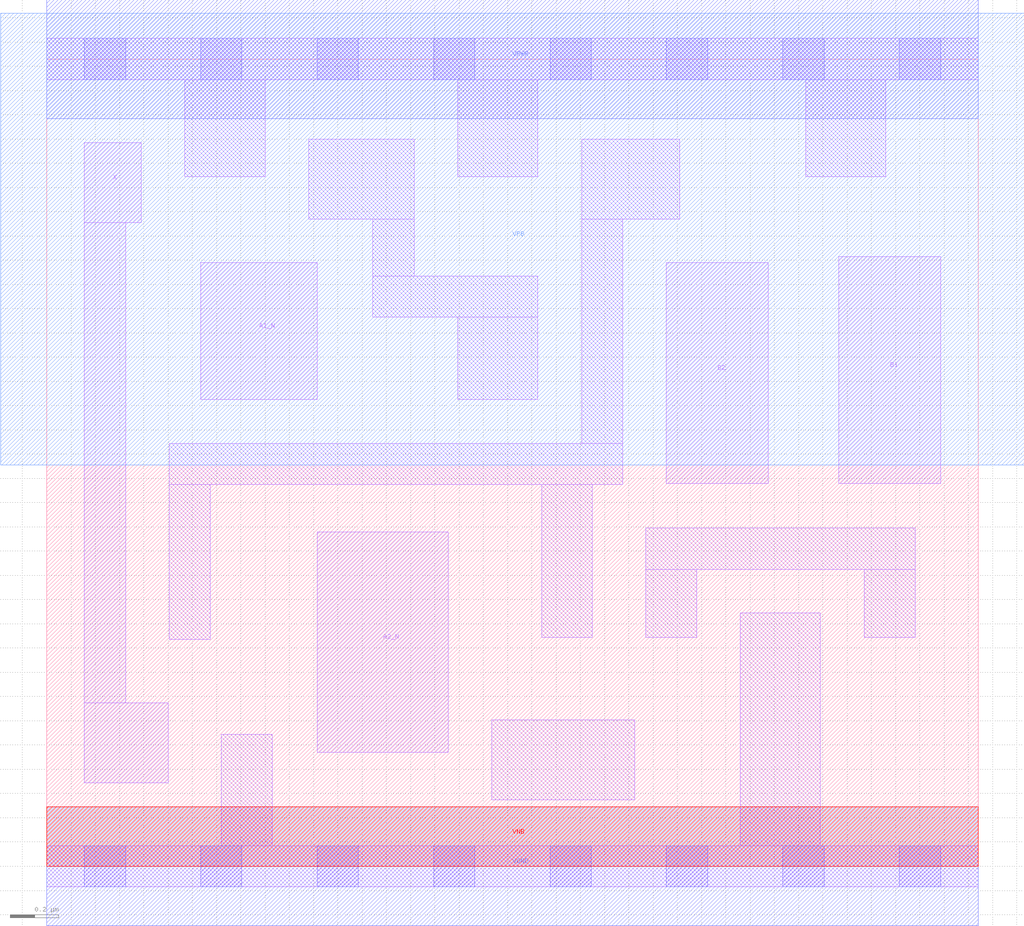
<source format=lef>
# Copyright 2020 The SkyWater PDK Authors
#
# Licensed under the Apache License, Version 2.0 (the "License");
# you may not use this file except in compliance with the License.
# You may obtain a copy of the License at
#
#     https://www.apache.org/licenses/LICENSE-2.0
#
# Unless required by applicable law or agreed to in writing, software
# distributed under the License is distributed on an "AS IS" BASIS,
# WITHOUT WARRANTIES OR CONDITIONS OF ANY KIND, either express or implied.
# See the License for the specific language governing permissions and
# limitations under the License.
#
# SPDX-License-Identifier: Apache-2.0

VERSION 5.7 ;
  NOWIREEXTENSIONATPIN ON ;
  DIVIDERCHAR "/" ;
  BUSBITCHARS "[]" ;
MACRO sky130_fd_sc_lp__o2bb2a_m
  CLASS CORE ;
  FOREIGN sky130_fd_sc_lp__o2bb2a_m ;
  ORIGIN  0.000000  0.000000 ;
  SIZE  3.840000 BY  3.330000 ;
  SYMMETRY X Y R90 ;
  SITE unit ;
  PIN A1_N
    ANTENNAGATEAREA  0.126000 ;
    DIRECTION INPUT ;
    USE SIGNAL ;
    PORT
      LAYER li1 ;
        RECT 0.635000 1.925000 1.115000 2.490000 ;
    END
  END A1_N
  PIN A2_N
    ANTENNAGATEAREA  0.126000 ;
    DIRECTION INPUT ;
    USE SIGNAL ;
    PORT
      LAYER li1 ;
        RECT 1.115000 0.470000 1.655000 1.380000 ;
    END
  END A2_N
  PIN B1
    ANTENNAGATEAREA  0.126000 ;
    DIRECTION INPUT ;
    USE SIGNAL ;
    PORT
      LAYER li1 ;
        RECT 3.265000 1.580000 3.685000 2.515000 ;
    END
  END B1
  PIN B2
    ANTENNAGATEAREA  0.126000 ;
    DIRECTION INPUT ;
    USE SIGNAL ;
    PORT
      LAYER li1 ;
        RECT 2.555000 1.580000 2.975000 2.490000 ;
    END
  END B2
  PIN X
    ANTENNADIFFAREA  0.222600 ;
    DIRECTION OUTPUT ;
    USE SIGNAL ;
    PORT
      LAYER li1 ;
        RECT 0.155000 0.345000 0.500000 0.675000 ;
        RECT 0.155000 0.675000 0.325000 2.655000 ;
        RECT 0.155000 2.655000 0.390000 2.985000 ;
    END
  END X
  PIN VGND
    DIRECTION INOUT ;
    USE GROUND ;
    PORT
      LAYER met1 ;
        RECT 0.000000 -0.245000 3.840000 0.245000 ;
    END
  END VGND
  PIN VNB
    DIRECTION INOUT ;
    USE GROUND ;
    PORT
      LAYER pwell ;
        RECT 0.000000 0.000000 3.840000 0.245000 ;
    END
  END VNB
  PIN VPB
    DIRECTION INOUT ;
    USE POWER ;
    PORT
      LAYER nwell ;
        RECT -0.190000 1.655000 4.030000 3.520000 ;
    END
  END VPB
  PIN VPWR
    DIRECTION INOUT ;
    USE POWER ;
    PORT
      LAYER met1 ;
        RECT 0.000000 3.085000 3.840000 3.575000 ;
    END
  END VPWR
  OBS
    LAYER li1 ;
      RECT 0.000000 -0.085000 3.840000 0.085000 ;
      RECT 0.000000  3.245000 3.840000 3.415000 ;
      RECT 0.505000  0.935000 0.675000 1.575000 ;
      RECT 0.505000  1.575000 2.375000 1.745000 ;
      RECT 0.570000  2.845000 0.900000 3.245000 ;
      RECT 0.720000  0.085000 0.930000 0.545000 ;
      RECT 1.080000  2.670000 1.515000 3.000000 ;
      RECT 1.345000  2.265000 2.025000 2.435000 ;
      RECT 1.345000  2.435000 1.515000 2.670000 ;
      RECT 1.695000  1.925000 2.025000 2.265000 ;
      RECT 1.695000  2.845000 2.025000 3.245000 ;
      RECT 1.835000  0.275000 2.425000 0.605000 ;
      RECT 2.040000  0.945000 2.250000 1.575000 ;
      RECT 2.205000  1.745000 2.375000 2.670000 ;
      RECT 2.205000  2.670000 2.610000 3.000000 ;
      RECT 2.470000  0.945000 2.680000 1.225000 ;
      RECT 2.470000  1.225000 3.580000 1.395000 ;
      RECT 2.860000  0.085000 3.190000 1.045000 ;
      RECT 3.130000  2.845000 3.460000 3.245000 ;
      RECT 3.370000  0.945000 3.580000 1.225000 ;
    LAYER mcon ;
      RECT 0.155000 -0.085000 0.325000 0.085000 ;
      RECT 0.155000  3.245000 0.325000 3.415000 ;
      RECT 0.635000 -0.085000 0.805000 0.085000 ;
      RECT 0.635000  3.245000 0.805000 3.415000 ;
      RECT 1.115000 -0.085000 1.285000 0.085000 ;
      RECT 1.115000  3.245000 1.285000 3.415000 ;
      RECT 1.595000 -0.085000 1.765000 0.085000 ;
      RECT 1.595000  3.245000 1.765000 3.415000 ;
      RECT 2.075000 -0.085000 2.245000 0.085000 ;
      RECT 2.075000  3.245000 2.245000 3.415000 ;
      RECT 2.555000 -0.085000 2.725000 0.085000 ;
      RECT 2.555000  3.245000 2.725000 3.415000 ;
      RECT 3.035000 -0.085000 3.205000 0.085000 ;
      RECT 3.035000  3.245000 3.205000 3.415000 ;
      RECT 3.515000 -0.085000 3.685000 0.085000 ;
      RECT 3.515000  3.245000 3.685000 3.415000 ;
  END
END sky130_fd_sc_lp__o2bb2a_m
END LIBRARY

</source>
